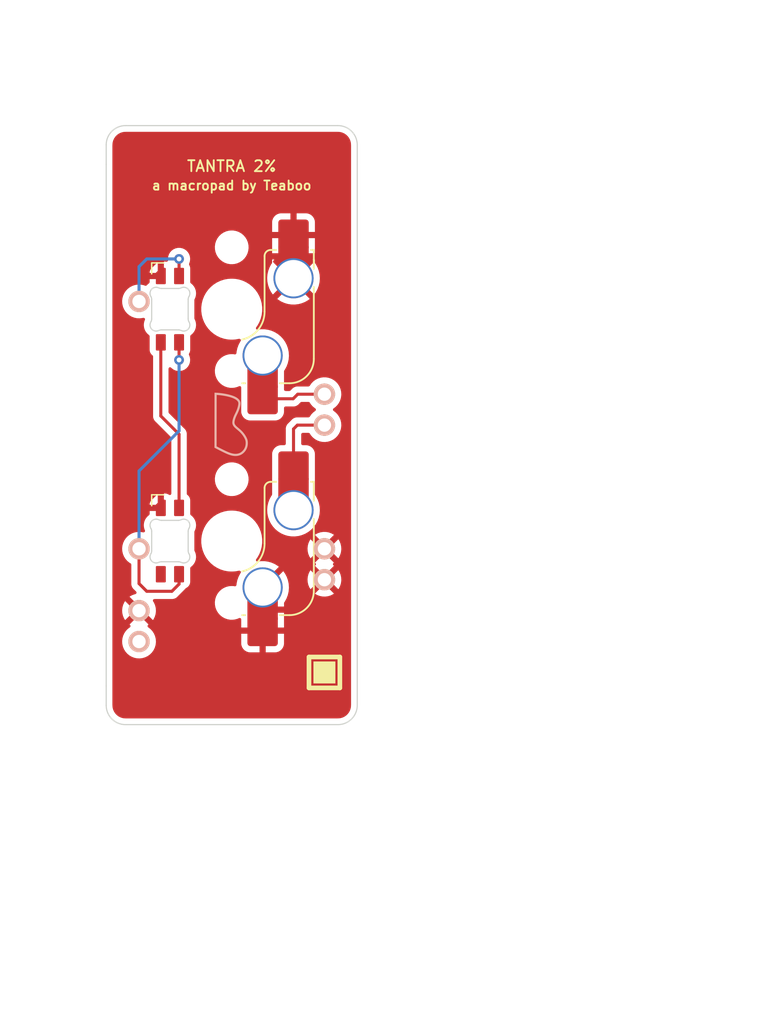
<source format=kicad_pcb>
(kicad_pcb (version 20211014) (generator pcbnew)
  (layers (0 "F.Cu" signal) (31 "B.Cu" signal) (34 "B.Paste" user) (35 "F.Paste" user) (36 "B.SilkS" user "B.Silkscreen") (37 "F.SilkS" user "F.Silkscreen") (38 "B.Mask" user) (39 "F.Mask" user) (44 "Edge.Cuts" user))
  (net 0 "")
  (net 1 "GND")
  (net 2 "vcc1")
  (net 3 "led 2")
  (net 4 "led 1")
  (net 5 "sw1")
  (net 6 "sw2")
  (footprint "keebio:ArduinoProMicro" (layer "F.Cu") (at 128.905 74.45375 90)
    (fp_text reference "U1" hide)
    (fp_text value "ProMicro" hide)
    (pad "3" thru_hole circle (at -8.89 7.62 90) (size 1.7526 1.7526) (drill 1.0922) (layers *.Cu *.SilkS *.Mask) (net 1 "GND"))
    (pad "4" thru_hole circle (at -6.35 7.62 90) (size 1.7526 1.7526) (drill 1.0922) (layers *.Cu *.SilkS *.Mask) (net 1 "GND"))
    (pad "8" thru_hole circle (at 3.81 7.62 90) (size 1.7526 1.7526) (drill 1.0922) (layers *.Cu *.SilkS *.Mask) (net 6 "sw2"))
    (pad "9" thru_hole circle (at 6.35 7.62 90) (size 1.7526 1.7526) (drill 1.0922) (layers *.Cu *.SilkS *.Mask) (net 5 "sw1"))
    (pad "13" thru_hole circle (at 13.97 -7.62 90) (size 1.7526 1.7526) (drill 1.0922) (layers *.Cu *.SilkS *.Mask) (net 4 "led 1"))
    (pad "21" thru_hole circle (at -6.35 -7.62 90) (size 1.7526 1.7526) (drill 1.0922) (layers *.Cu *.SilkS *.Mask) (net 2 "vcc1"))
    (pad "23" thru_hole circle (at -11.43 -7.62 90) (size 1.7526 1.7526) (drill 1.0922) (layers *.Cu *.SilkS *.Mask) (net 1 "GND"))
    (pad "24" thru_hole circle (at -13.97 -7.62 90) (size 1.7526 1.7526) (drill 1.0922) (layers *.Cu *.SilkS *.Mask))
  )
  (footprint "marbastlib-mx:SW_MX_HS_1u" (layer "F.Cu") (at 128.905 80.16875 -90)
    (fp_text reference "SW2" hide)
    (fp_text value "MX_SW_HS" hide)
    (fp_line (start -4.864824 -6.75022) (end -4.864824 -6.52022) (layer "F.SilkS") (width 0.15))
    (fp_line (start -4.864824 -3.67022) (end -4.864824 -3.20022) (layer "F.SilkS") (width 0.15))
    (fp_line (start 6.085176 -1.10022) (end 6.085176 -0.86022) (layer "F.SilkS") (width 0.15))
    (fp_line (start 6.085176 -3.95022) (end 6.085176 -4.75022) (layer "F.SilkS") (width 0.15))
    (fp_line (start -4.364824 -2.70022) (end 0.2 -2.70022) (layer "F.SilkS") (width 0.15))
    (fp_line (start 4.085176 -6.75022) (end -1.814824 -6.75022) (layer "F.SilkS") (width 0.15))
    (fp_line (start -3.314824 -6.75022) (end -4.864824 -6.75022) (layer "F.SilkS") (width 0.15))
    (fp_arc (start 0.2 -2.70022) (mid 1.670693 -2.183637) (end 2.494322 -0.86022) (layer "F.SilkS") (width 0.15))
    (fp_arc (start 4.085176 -6.75022) (mid 5.499389 -6.164434) (end 6.085176 -4.75022) (layer "F.SilkS") (width 0.15))
    (fp_arc (start -4.364824 -2.70022) (mid -4.718377 -2.846667) (end -4.864824 -3.20022) (layer "F.SilkS") (width 0.15))
    (pad "" np_thru_hole circle (at 0 0 270) (size 3.9878 3.9878) (drill 3.9878) (layers *.Cu *.Mask))
    (pad "" np_thru_hole circle (at -5.08 0 270) (size 1.75 1.75) (drill 1.75) (layers *.Cu *.Mask))
    (pad "" np_thru_hole circle (at 5.08 0 270) (size 1.75 1.75) (drill 1.75) (layers *.Cu *.Mask))
    (pad "1" thru_hole circle (at 3.81 -2.54 270) (size 3.3 3.3) (drill 3) (layers *.Cu *.Mask) (net 1 "GND"))
    (pad "1" smd roundrect (at 7.36 -2.54 270) (size 2.55 2.5) (layers "F.Cu" "F.Paste" "F.Mask") (roundrect_rratio 0.1) (net 1 "GND"))
    (pad "1" smd rect (at 5.635 -2.54 90) (size 1.65 2.5) (layers "F.Cu") (net 1 "GND"))
    (pad "2" smd rect (at -4.34 -5.08 270) (size 1.65 2.5) (layers "F.Cu") (net 6 "sw2"))
    (pad "2" thru_hole circle (at -2.54 -5.08 270) (size 3.3 3.3) (drill 3) (layers *.Cu *.Mask) (net 6 "sw2"))
    (pad "2" smd roundrect (at -6.09 -5.08 270) (size 2.55 2.5) (layers "F.Cu" "F.Paste" "F.Mask") (roundrect_rratio 0.1) (net 6 "sw2"))
  )
  (footprint "keebio:ArduinoProMicro" (layer "F.Cu") (at 128.905 76.99375 90)
    (fp_text reference "U1" hide)
    (fp_text value "ProMicro" hide)
    (fp_line (start -15.24 6.35) (end -12.7 6.35) (layer "F.SilkS") (width 0.381))
    (fp_line (start -15.24 6.35) (end -15.24 8.89) (layer "F.SilkS") (width 0.381))
    (fp_line (start -12.7 6.35) (end -12.7 8.89) (layer "F.SilkS") (width 0.381))
    (fp_line (start -15.24 8.89) (end -12.7 8.89) (layer "F.SilkS") (width 0.381))
    (fp_rect (start -14.8463 6.7437) (end -13.0937 8.4963) (layer "F.SilkS") (width 0.05) (fill solid))
  )
  (footprint "marbastlib-mx:LED_MX_6028R" (layer "F.Cu") (at 123.825 61.11875 -90)
    (fp_text reference "LED1" hide)
    (fp_text value "MX_SK6812MINI-E" hide)
    (fp_line (start -3.8 0.5) (end -3.8 1.5) (layer "F.SilkS") (width 0.12))
    (fp_line (start -3.8 1.5) (end -2.9 1.5) (layer "F.SilkS") (width 0.12))
    (fp_line (start -0.794452 1.499999) (end 0.794452 1.499999) (layer "Edge.Cuts") (width 0.1))
    (fp_line (start 0.794452 -1.5) (end -0.794453 -1.5) (layer "Edge.Cuts") (width 0.1))
    (fp_line (start 1.699999 0.702841) (end 1.699999 -0.702843) (layer "Edge.Cuts") (width 0.1))
    (fp_line (start -1.699999 -0.702843) (end -1.699999 0.702841) (layer "Edge.Cuts") (width 0.1))
    (fp_arc (start 1.749484 0.919719) (mid 1.712517 0.81407) (end 1.699999 0.702842) (layer "Edge.Cuts") (width 0.1))
    (fp_arc (start 1.046711 -1.5683) (mid 1.638072 -1.504036) (end 1.749484 -0.919721) (layer "Edge.Cuts") (width 0.1))
    (fp_arc (start 0.794452 1.499999) (mid 0.925122 1.517376) (end 1.04671 1.568298) (layer "Edge.Cuts") (width 0.1))
    (fp_arc (start 1.046711 -1.5683) (mid 0.925123 -1.517378) (end 0.794453 -1.500001) (layer "Edge.Cuts") (width 0.1))
    (fp_arc (start -1.046711 1.568298) (mid -0.925123 1.517376) (end -0.794452 1.499999) (layer "Edge.Cuts") (width 0.1))
    (fp_arc (start 1.749484 0.919719) (mid 1.63807 1.504033) (end 1.046711 1.568296) (layer "Edge.Cuts") (width 0.1))
    (fp_arc (start -1.046711 1.568298) (mid -1.638072 1.504034) (end -1.749484 0.919718) (layer "Edge.Cuts") (width 0.1))
    (fp_arc (start 1.699999 -0.702843) (mid 1.712527 -0.814069) (end 1.749484 -0.919721) (layer "Edge.Cuts") (width 0.1))
    (fp_arc (start -1.699999 0.702841) (mid -1.712527 0.814067) (end -1.749484 0.919719) (layer "Edge.Cuts") (width 0.1))
    (fp_arc (start -1.749484 -0.919721) (mid -1.712527 -0.814069) (end -1.699999 -0.702844) (layer "Edge.Cuts") (width 0.1))
    (fp_arc (start -1.749484 -0.919721) (mid -1.638071 -1.504035) (end -1.046711 -1.568299) (layer "Edge.Cuts") (width 0.1))
    (fp_arc (start -0.794453 -1.5) (mid -0.925123 -1.517377) (end -1.046711 -1.568299) (layer "Edge.Cuts") (width 0.1))
    (pad "1" smd roundrect (at 2.725 -0.75) (size 0.82 1.35) (layers "F.Cu" "F.Paste" "F.Mask") (roundrect_rratio 0.1) (net 2 "vcc1"))
    (pad "2" smd roundrect (at 2.725 0.75) (size 0.82 1.35) (layers "F.Cu" "F.Paste" "F.Mask") (roundrect_rratio 0.1) (net 3 "led 2"))
    (pad "3" smd roundrect (at -2.725 -0.75) (size 0.82 1.35) (layers "F.Cu" "F.Paste" "F.Mask") (roundrect_rratio 0.1) (net 4 "led 1"))
    (pad "4" smd roundrect (at -2.725 0.75) (size 0.82 1.35) (layers "F.Cu" "F.Paste" "F.Mask") (roundrect_rratio 0.1) (chamfer_ratio 0.5) (chamfer top_left) (net 1 "GND"))
  )
  (footprint "marbastlib-mx:SW_MX_HS_1u" (layer "F.Cu") (at 128.905 61.11875 -90)
    (fp_text reference "SW1" hide)
    (fp_text value "MX_SW_HS" hide)
    (fp_line (start -4.864824 -3.67022) (end -4.864824 -3.20022) (layer "F.SilkS") (width 0.15))
    (fp_line (start -4.864824 -6.75022) (end -4.864824 -6.52022) (layer "F.SilkS") (width 0.15))
    (fp_line (start -3.314824 -6.75022) (end -4.864824 -6.75022) (layer "F.SilkS") (width 0.15))
    (fp_line (start 4.085176 -6.75022) (end -1.814824 -6.75022) (layer "F.SilkS") (width 0.15))
    (fp_line (start 6.085176 -1.10022) (end 6.085176 -0.86022) (layer "F.SilkS") (width 0.15))
    (fp_line (start -4.364824 -2.70022) (end 0.2 -2.70022) (layer "F.SilkS") (width 0.15))
    (fp_line (start 6.085176 -3.95022) (end 6.085176 -4.75022) (layer "F.SilkS") (width 0.15))
    (fp_arc (start 4.085176 -6.75022) (mid 5.499389 -6.164434) (end 6.085176 -4.75022) (layer "F.SilkS") (width 0.15))
    (fp_arc (start 0.2 -2.70022) (mid 1.670693 -2.183637) (end 2.494322 -0.86022) (layer "F.SilkS") (width 0.15))
    (fp_arc (start -4.364824 -2.70022) (mid -4.718377 -2.846667) (end -4.864824 -3.20022) (layer "F.SilkS") (width 0.15))
    (pad "" np_thru_hole circle (at 5.08 0 270) (size 1.75 1.75) (drill 1.75) (layers *.Cu *.Mask))
    (pad "" np_thru_hole circle (at -5.08 0 270) (size 1.75 1.75) (drill 1.75) (layers *.Cu *.Mask))
    (pad "" np_thru_hole circle (at 0 0 270) (size 3.9878 3.9878) (drill 3.9878) (layers *.Cu *.Mask))
    (pad "1" smd rect (at 5.635 -2.54 90) (size 1.65 2.5) (layers "F.Cu") (net 5 "sw1"))
    (pad "1" smd roundrect (at 7.36 -2.54 270) (size 2.55 2.5) (layers "F.Cu" "F.Paste" "F.Mask") (roundrect_rratio 0.1) (net 5 "sw1"))
    (pad "1" thru_hole circle (at 3.81 -2.54 270) (size 3.3 3.3) (drill 3) (layers *.Cu *.Mask) (net 5 "sw1"))
    (pad "2" thru_hole circle (at -2.54 -5.08 270) (size 3.3 3.3) (drill 3) (layers *.Cu *.Mask) (net 1 "GND"))
    (pad "2" smd roundrect (at -6.09 -5.08 270) (size 2.55 2.5) (layers "F.Cu" "F.Paste" "F.Mask") (roundrect_rratio 0.1) (net 1 "GND"))
    (pad "2" smd rect (at -4.34 -5.08 270) (size 1.65 2.5) (layers "F.Cu") (net 1 "GND"))
  )
  (footprint "marbastlib-mx:LED_MX_6028R" (layer "F.Cu") (at 123.825 80.16875 -90)
    (fp_text reference "LED2" hide)
    (fp_text value "MX_SK6812MINI-E" hide)
    (fp_line (start -3.8 1.5) (end -2.9 1.5) (layer "F.SilkS") (width 0.12))
    (fp_line (start -3.8 0.5) (end -3.8 1.5) (layer "F.SilkS") (width 0.12))
    (fp_line (start -1.699999 -0.702843) (end -1.699999 0.702841) (layer "Edge.Cuts") (width 0.1))
    (fp_line (start -0.794452 1.499999) (end 0.794452 1.499999) (layer "Edge.Cuts") (width 0.1))
    (fp_line (start 1.699999 0.702841) (end 1.699999 -0.702843) (layer "Edge.Cuts") (width 0.1))
    (fp_line (start 0.794452 -1.5) (end -0.794453 -1.5) (layer "Edge.Cuts") (width 0.1))
    (fp_arc (start 0.794452 1.499999) (mid 0.925122 1.517376) (end 1.04671 1.568298) (layer "Edge.Cuts") (width 0.1))
    (fp_arc (start 1.749484 0.919719) (mid 1.63807 1.504033) (end 1.046711 1.568296) (layer "Edge.Cuts") (width 0.1))
    (fp_arc (start -1.046711 1.568298) (mid -0.925123 1.517376) (end -0.794452 1.499999) (layer "Edge.Cuts") (width 0.1))
    (fp_arc (start -1.046711 1.568298) (mid -1.638072 1.504034) (end -1.749484 0.919718) (layer "Edge.Cuts") (width 0.1))
    (fp_arc (start -1.749484 -0.919721) (mid -1.638071 -1.504035) (end -1.046711 -1.568299) (layer "Edge.Cuts") (width 0.1))
    (fp_arc (start -1.749484 -0.919721) (mid -1.712527 -0.814069) (end -1.699999 -0.702844) (layer "Edge.Cuts") (width 0.1))
    (fp_arc (start 1.046711 -1.5683) (mid 0.925123 -1.517378) (end 0.794453 -1.500001) (layer "Edge.Cuts") (width 0.1))
    (fp_arc (start 1.749484 0.919719) (mid 1.712517 0.81407) (end 1.699999 0.702842) (layer "Edge.Cuts") (width 0.1))
    (fp_arc (start -1.699999 0.702841) (mid -1.712527 0.814067) (end -1.749484 0.919719) (layer "Edge.Cuts") (width 0.1))
    (fp_arc (start 1.699999 -0.702843) (mid 1.712527 -0.814069) (end 1.749484 -0.919721) (layer "Edge.Cuts") (width 0.1))
    (fp_arc (start -0.794453 -1.5) (mid -0.925123 -1.517377) (end -1.046711 -1.568299) (layer "Edge.Cuts") (width 0.1))
    (fp_arc (start 1.046711 -1.5683) (mid 1.638072 -1.504036) (end 1.749484 -0.919721) (layer "Edge.Cuts") (width 0.1))
    (pad "1" smd roundrect (at 2.725 -0.75) (size 0.82 1.35) (layers "F.Cu" "F.Paste" "F.Mask") (roundrect_rratio 0.1) (net 2 "vcc1"))
    (pad "2" smd roundrect (at 2.725 0.75) (size 0.82 1.35) (layers "F.Cu" "F.Paste" "F.Mask") (roundrect_rratio 0.1))
    (pad "3" smd roundrect (at -2.725 -0.75) (size 0.82 1.35) (layers "F.Cu" "F.Paste" "F.Mask") (roundrect_rratio 0.1) (net 3 "led 2"))
    (pad "4" smd roundrect (at -2.725 0.75) (size 0.82 1.35) (layers "F.Cu" "F.Paste" "F.Mask") (roundrect_rratio 0.1) (chamfer_ratio 0.5) (chamfer top_left) (net 1 "GND"))
  )
  (footprint "logo:logo 2" (layer "B.Cu") (at 128.905 70.485 90)
    (fp_text reference "G***" hide)
    (fp_text value "LOGO" hide)
    (fp_poly (pts (xy -1.569639 1.324321) (xy -1.529241 1.32175) (xy -1.489842 1.317883) (xy -1.451784 1.312725) (xy -1.415409 1.306282) (xy -1.41485 1.30617) (xy -1.388151 1.300085) (xy -1.359973 1.292276) (xy -1.330443 1.282804) (xy -1.299689 1.271728) (xy -1.267838 1.259107) (xy -1.235018 1.245003) (xy -1.201355 1.229473) (xy -1.166977 1.212579) (xy -1.132012 1.194381) (xy -1.096587 1.174937) (xy -1.060829 1.154308) (xy -1.024866 1.132553) (xy -0.988824 1.109733) (xy -0.969031 1.09676) (xy -0.909708 1.055991) (xy -0.851445 1.013108) (xy -0.794341 0.968196) (xy -0.738492 0.921341) (xy -0.683999 0.872626) (xy -0.630959 0.822138) (xy -0.579471 0.769962) (xy -0.531467 0.718223) (xy -0.522338 0.708018) (xy -0.512706 0.697131) (xy -0.502476 0.685448) (xy -0.491552 0.672857) (xy -0.479837 0.659247) (xy -0.467237 0.644504) (xy -0.453656 0.628516) (xy -0.438997 0.611171) (xy -0.423164 0.592357) (xy -0.406063 0.571961) (xy -0.387596 0.549872) (xy -0.377371 0.537617) (xy -0.35969 0.51646) (xy -0.343459 0.497138) (xy -0.328639 0.479603) (xy -0.31519 0.463808) (xy -0.303071 0.449707) (xy -0.292242 0.437253) (xy -0.282665 0.426399) (xy -0.280474 0.423944) (xy -0.257592 0.398928) (xy -0.235554 0.376006) (xy -0.214226 0.355082) (xy -0.193474 0.336058) (xy -0.173163 0.318838) (xy -0.153159 0.303325) (xy -0.133327 0.289422) (xy -0.113532 0.277031) (xy -0.093642 0.266056) (xy -0.07352 0.2564) (xy -0.053033 0.247966) (xy -0.032045 0.240657) (xy -0.022125 0.237628) (xy -0.013839 0.235245) (xy -0.006699 0.233322) (xy -0.000294 0.231812) (xy 0.005788 0.230666) (xy 0.011957 0.229835) (xy 0.018625 0.229272) (xy 0.026203 0.228926) (xy 0.035102 0.22875) (xy 0.045734 0.228695) (xy 0.053402 0.2287) (xy 0.065187 0.228752) (xy 0.075041 0.228876) (xy 0.083431 0.229092) (xy 0.090825 0.229423) (xy 0.097691 0.229889) (xy 0.104496 0.230513) (xy 0.111709 0.231316) (xy 0.112804 0.231447) (xy 0.150977 0.236865) (xy 0.190638 0.244084) (xy 0.23171 0.25308) (xy 0.274119 0.263831) (xy 0.317791 0.276314) (xy 0.36265 0.290506) (xy 0.408623 0.306385) (xy 0.455634 0.323927) (xy 0.503609 0.343111) (xy 0.552473 0.363913) (xy 0.564018 0.369007) (xy 0.574705 0.373784) (xy 0.585317 0.378592) (xy 0.596088 0.383543) (xy 0.607252 0.388747) (xy 0.619042 0.394317) (xy 0.631693 0.400364) (xy 0.645438 0.406998) (xy 0.660511 0.414333) (xy 0.677145 0.422478) (xy 0.695574 0.431546) (xy 0.705022 0.436207) (xy 0.741204 0.453984) (xy 0.775482 0.470638) (xy 0.808032 0.486247) (xy 0.83903 0.500887) (xy 0.868651 0.514635) (xy 0.897072 0.527566) (xy 0.924468 0.539757) (xy 0.951014 0.551285) (xy 0.976886 0.562227) (xy 1.002261 0.572657) (xy 1.027314 0.582654) (xy 1.05222 0.592293) (xy 1.077156 0.601651) (xy 1.102297 0.610805) (xy 1.124584 0.6187) (xy 1.173799 0.635257) (xy 1.223359 0.650627) (xy 1.273004 0.664748) (xy 1.322474 0.677561) (xy 1.371509 0.689003) (xy 1.419849 0.699015) (xy 1.467232 0.707535) (xy 1.513401 0.714503) (xy 1.555849 0.719624) (xy 1.564372 0.720346) (xy 1.574611 0.720933) (xy 1.586175 0.721383) (xy 1.598675 0.721697) (xy 1.61172 0.721875) (xy 1.62492 0.721916) (xy 1.637884 0.72182) (xy 1.650222 0.721587) (xy 1.661544 0.721217) (xy 1.671459 0.72071) (xy 1.679578 0.720066) (xy 1.683053 0.719664) (xy 1.701826 0.716901) (xy 1.718902 0.713832) (xy 1.734978 0.710302) (xy 1.750753 0.706153) (xy 1.766924 0.70123) (xy 1.770656 0.70001) (xy 1.801216 0.688651) (xy 1.83124 0.674957) (xy 1.86072 0.658934) (xy 1.889649 0.64059) (xy 1.918019 0.61993) (xy 1.945822 0.596962) (xy 1.97305 0.571692) (xy 1.999696 0.544126) (xy 2.025753 0.51427) (xy 2.051212 0.482132) (xy 2.076066 0.447718) (xy 2.084991 0.434583) (xy 2.109001 0.397067) (xy 2.132416 0.357233) (xy 2.155235 0.315085) (xy 2.177454 0.27063) (xy 2.199073 0.223875) (xy 2.220088 0.174826) (xy 2.240498 0.123489) (xy 2.260301 0.069871) (xy 2.279495 0.013977) (xy 2.298077 -0.044186) (xy 2.316046 -0.104611) (xy 2.3334 -0.167293) (xy 2.350136 -0.232224) (xy 2.366253 -0.2994) (xy 2.381748 -0.368813) (xy 2.396619 -0.440456) (xy 2.410865 -0.514325) (xy 2.424483 -0.590412) (xy 2.431873 -0.63422) (xy 2.442502 -0.700454) (xy 2.452205 -0.764843) (xy 2.461021 -0.82774) (xy 2.468988 -0.8895) (xy 2.476145 -0.950474) (xy 2.48253 -1.011017) (xy 2.488183 -1.07148) (xy 2.493142 -1.132217) (xy 2.497446 -1.193581) (xy 2.501133 -1.255926) (xy 2.502072 -1.27384) (xy 2.502462 -1.28173) (xy 2.502892 -1.290888) (xy 2.503354 -1.301069) (xy 2.503837 -1.312031) (xy 2.504331 -1.323528) (xy 2.504827 -1.335316) (xy 2.505316 -1.347153) (xy 2.505786 -1.358794) (xy 2.506229 -1.369994) (xy 2.506635 -1.38051) (xy 2.506994 -1.390099) (xy 2.507296 -1.398515) (xy 2.507532 -1.405515) (xy 2.507692 -1.410855) (xy 2.507765 -1.414292) (xy 2.507743 -1.41558) (xy 2.507741 -1.415582) (xy 2.506541 -1.415591) (xy 2.502986 -1.415603) (xy 2.497122 -1.415617) (xy 2.488993 -1.415634) (xy 2.478644 -1.415653) (xy 2.466123 -1.415674) (xy 2.451472 -1.415698) (xy 2.434738 -1.415724) (xy 2.415966 -1.415753) (xy 2.395201 -1.415783) (xy 2.372488 -1.415816) (xy 2.347873 -1.415851) (xy 2.3214 -1.415887) (xy 2.293116 -1.415926) (xy 2.263064 -1.415967) (xy 2.231292 -1.416009) (xy 2.197843 -1.416054) (xy 2.162763 -1.4161) (xy 2.126097 -1.416148) (xy 2.08789 -1.416197) (xy 2.048189 -1.416248) (xy 2.007037 -1.416301) (xy 1.96448 -1.416355) (xy 1.920564 -1.416411) (xy 1.875333 -1.416468) (xy 1.828834 -1.416526) (xy 1.78111 -1.416585) (xy 1.732208 -1.416646) (xy 1.682172 -1.416708) (xy 1.631048 -1.416771) (xy 1.578881 -1.416836) (xy 1.525717 -1.416901) (xy 1.4716 -1.416967) (xy 1.416575 -1.417034) (xy 1.360689 -1.417102) (xy 1.303986 -1.417171) (xy 1.246512 -1.41724) (xy 1.188311 -1.417311) (xy 1.129429 -1.417382) (xy 1.069911 -1.417453) (xy 1.009803 -1.417525) (xy 0.94915 -1.417598) (xy 0.887996 -1.417671) (xy 0.826388 -1.417744) (xy 0.764369 -1.417818) (xy 0.701987 -1.417892) (xy 0.639285 -1.417966) (xy 0.57631 -1.41804) (xy 0.513106 -1.418115) (xy 0.449718 -1.418189) (xy 0.386192 -1.418264) (xy 0.322574 -1.418338) (xy 0.258907 -1.418413) (xy 0.195238 -1.418487) (xy 0.131612 -1.418561) (xy 0.068074 -1.418635) (xy 0.004669 -1.418708) (xy -0.058558 -1.418782) (xy -0.12156 -1.418854) (xy -0.184294 -1.418927) (xy -0.246714 -1.418998) (xy -0.308774 -1.41907) (xy -0.370429 -1.41914) (xy -0.431635 -1.41921) (xy -0.492346 -1.419279) (xy -0.552516 -1.419348) (xy -0.6121 -1.419415) (xy -0.671054 -1.419482) (xy -0.729331 -1.419548) (xy -0.786888 -1.419612) (xy -0.843677 -1.419676) (xy -0.899655 -1.419739) (xy -0.954776 -1.4198) (xy -1.008994 -1.419861) (xy -1.062266 -1.41992) (xy -1.114544 -1.419977) (xy -1.165784 -1.420034) (xy -1.215941 -1.420088) (xy -1.26497 -1.420142) (xy -1.312825 -1.420194) (xy -1.359461 -1.420244) (xy -1.404832 -1.420293) (xy -1.448895 -1.42034) (xy -1.491602 -1.420385) (xy -1.53291 -1.420429) (xy -1.572773 -1.42047) (xy -1.611145 -1.42051) (xy -1.647982 -1.420548) (xy -1.683238 -1.420584) (xy -1.716867 -1.420618) (xy -1.748826 -1.420649) (xy -1.779068 -1.420679) (xy -1.807548 -1.420706) (xy -1.834221 -1.420731) (xy -1.859042 -1.420754) (xy -1.881965 -1.420774) (xy -1.902946 -1.420792) (xy -1.921938 -1.420808) (xy -1.938898 -1.420821) (xy -1.953778 -1.420831) (xy -1.966536 -1.420839) (xy -1.977124 -1.420844) (xy -1.985498 -1.420846) (xy -1.988675 -1.420846) (xy -2.013487 -1.420845) (xy -2.017035 -1.414545) (xy -2.019918 -1.409332) (xy -2.023826 -1.402114) (xy -2.028693 -1.393024) (xy -2.034449 -1.382192) (xy -2.041027 -1.369749) (xy -2.048358 -1.355827) (xy -2.056374 -1.340558) (xy -2.065007 -1.324073) (xy -2.074189 -1.306503) (xy -2.08385 -1.28798) (xy -2.093924 -1.268635) (xy -2.104341 -1.248599) (xy -2.115034 -1.228005) (xy -2.125934 -1.206982) (xy -2.136973 -1.185664) (xy -2.148083 -1.16418) (xy -2.159195 -1.142663) (xy -2.170242 -1.121244) (xy -2.181155 -1.100055) (xy -2.191865 -1.079226) (xy -2.202305 -1.05889) (xy -2.212406 -1.039177) (xy -2.222101 -1.020219) (xy -2.23132 -1.002148) (xy -2.236571 -0.991831) (xy -2.261914 -0.941889) (xy -2.286116 -0.893964) (xy -2.309212 -0.847982) (xy -2.331237 -0.803868) (xy -2.352226 -0.761548) (xy -2.372213 -0.720946) (xy -2.391234 -0.681988) (xy -2.409324 -0.6446) (xy -2.426517 -0.608706) (xy -2.442848 -0.574232) (xy -2.458352 -0.541103) (xy -2.473065 -0.509244) (xy -2.487021 -0.478581) (xy -2.500255 -0.449039) (xy -2.512803 -0.420544) (xy -2.524698 -0.39302) (xy -2.535975 -0.366392) (xy -2.546671 -0.340587) (xy -2.556819 -0.31553) (xy -2.566455 -0.291145) (xy -2.575614 -0.267357) (xy -2.577337 -0.262808) (xy -2.598271 -0.205365) (xy -2.617187 -0.149159) (xy -2.63409 -0.094139) (xy -2.648987 -0.04025) (xy -2.661882 0.01256) (xy -2.672783 0.064344) (xy -2.681694 0.115154) (xy -2.688621 0.165043) (xy -2.693569 0.214065) (xy -2.696546 0.262272) (xy -2.697548 0.309394) (xy -2.517598 0.309394) (xy -2.516547 0.263502) (xy -2.513414 0.217807) (xy -2.50961 0.182364) (xy -2.504562 0.146201) (xy -2.498245 0.109244) (xy -2.490636 0.071419) (xy -2.481712 0.032652) (xy -2.471449 -0.007132) (xy -2.459825 -0.048006) (xy -2.446814 -0.090043) (xy -2.432395 -0.133319) (xy -2.416543 -0.177907) (xy -2.399235 -0.22388) (xy -2.380447 -0.271314) (xy -2.360157 -0.320281) (xy -2.338341 -0.370857) (xy -2.314976 -0.423114) (xy -2.300153 -0.455414) (xy -2.290624 -0.475833) (xy -2.280036 -0.498237) (xy -2.268454 -0.522494) (xy -2.255946 -0.548471) (xy -2.242579 -0.576035) (xy -2.228418 -0.605051) (xy -2.213531 -0.635388) (xy -2.197985 -0.666911) (xy -2.181846 -0.699488) (xy -2.165181 -0.732986) (xy -2.148057 -0.76727) (xy -2.13054 -0.802209) (xy -2.112697 -0.837668) (xy -2.094596 -0.873515) (xy -2.076302 -0.909617) (xy -2.057882 -0.945839) (xy -2.039403 -0.98205) (xy -2.020933 -1.018116) (xy -2.002537 -1.053903) (xy -1.984282 -1.089278) (xy -1.966235 -1.124109) (xy -1.948463 -1.158262) (xy -1.937769 -1.178737) (xy -1.905286 -1.240839) (xy -1.884172 -1.240813) (xy -1.88226 -1.240811) (xy -1.877986 -1.240806) (xy -1.87139 -1.240799) (xy -1.862511 -1.240789) (xy -1.851389 -1.240776) (xy -1.838061 -1.240762) (xy -1.822567 -1.240744) (xy -1.804946 -1.240725) (xy -1.785237 -1.240703) (xy -1.763479 -1.240679) (xy -1.739711 -1.240652) (xy -1.713972 -1.240624) (xy -1.686302 -1.240593) (xy -1.656738 -1.240561) (xy -1.62532 -1.240526) (xy -1.592087 -1.240489) (xy -1.557079 -1.24045) (xy -1.520333 -1.240409) (xy -1.48189 -1.240367) (xy -1.441788 -1.240322) (xy -1.400066 -1.240276) (xy -1.356763 -1.240228) (xy -1.311918 -1.240179) (xy -1.26557 -1.240127) (xy -1.217759 -1.240074) (xy -1.168522 -1.24002) (xy -1.1179 -1.239964) (xy -1.065931 -1.239906) (xy -1.012654 -1.239847) (xy -0.958108 -1.239787) (xy -0.902333 -1.239725) (xy -0.845367 -1.239662) (xy -0.787249 -1.239598) (xy -0.728018 -1.239533) (xy -0.667713 -1.239466) (xy -0.606374 -1.239398) (xy -0.544039 -1.239329) (xy -0.480747 -1.239259) (xy -0.416538 -1.239188) (xy -0.35145 -1.239116) (xy -0.285522 -1.239043) (xy -0.218794 -1.238969) (xy -0.151303 -1.238895) (xy -0.083091 -1.238819) (xy -0.014194 -1.238743) (xy 0.055347 -1.238666) (xy 0.125494 -1.238589) (xy 0.196207 -1.23851) (xy 0.227845 -1.238475) (xy 0.298709 -1.238397) (xy 0.369002 -1.238318) (xy 0.438685 -1.23824) (xy 0.507719 -1.238161) (xy 0.576067 -1.238083) (xy 0.64369 -1.238005) (xy 0.710549 -1.237927) (xy 0.776606 -1.237849) (xy 0.841822 -1.237772) (xy 0.906159 -1.237695) (xy 0.969577 -1.237619) (xy 1.03204 -1.237543) (xy 1.093508 -1.237468) (xy 1.153943 -1.237393) (xy 1.213305 -1.23732) (xy 1.271558 -1.237246) (xy 1.328662 -1.237174) (xy 1.384578 -1.237103) (xy 1.439269 -1.237032) (xy 1.492695 -1.236962) (xy 1.544819 -1.236894) (xy 1.595601 -1.236826) (xy 1.645003 -1.23676) (xy 1.692987 -1.236695) (xy 1.739514 -1.23663) (xy 1.784546 -1.236568) (xy 1.828045 -1.236506) (xy 1.86997 -1.236446) (xy 1.910285 -1.236387) (xy 1.948951 -1.23633) (xy 1.985929 -1.236275) (xy 2.02118 -1.23622) (xy 2.054667 -1.236168) (xy 2.08635 -1.236117) (xy 2.116191 -1.236068) (xy 2.144152 -1.236021) (xy 2.170194 -1.235976) (xy 2.194279 -1.235932) (xy 2.216368 -1.235891) (xy 2.236423 -1.235851) (xy 2.254404 -1.235814) (xy 2.270275 -1.235779) (xy 2.283995 -1.235745) (xy 2.295527 -1.235714) (xy 2.304832 -1.235686) (xy 2.311872 -1.235659) (xy 2.316608 -1.235636) (xy 2.319001 -1.235614) (xy 2.319308 -1.235604) (xy 2.319438 -1.234616) (xy 2.319422 -1.231994) (xy 2.319252 -1.22765) (xy 2.318925 -1.221492) (xy 2.318433 -1.213429) (xy 2.317771 -1.203372) (xy 2.316934 -1.191229) (xy 2.315917 -1.17691) (xy 2.314712 -1.160325) (xy 2.314192 -1.153236) (xy 2.309305 -1.092437) (xy 2.30354 -1.030678) (xy 2.296934 -0.96817) (xy 2.289522 -0.90512) (xy 2.281341 -0.841738) (xy 2.272428 -0.778234) (xy 2.262818 -0.714815) (xy 2.252548 -0.651691) (xy 2.241655 -0.58907) (xy 2.230174 -0.527163) (xy 2.218143 -0.466177) (xy 2.205596 -0.406321) (xy 2.192572 -0.347805) (xy 2.179105 -0.290838) (xy 2.165233 -0.235627) (xy 2.150991 -0.182384) (xy 2.136603 -0.131949) (xy 2.12048 -0.079092) (xy 2.103881 -0.028262) (xy 2.086818 0.020526) (xy 2.069302 0.067253) (xy 2.051345 0.111901) (xy 2.032959 0.154454) (xy 2.014155 0.194894) (xy 1.994944 0.233203) (xy 1.975339 0.269363) (xy 1.95535 0.303359) (xy 1.93499 0.335171) (xy 1.91427 0.364783) (xy 1.893201 0.392177) (xy 1.871795 0.417335) (xy 1.850063 0.440241) (xy 1.828018 0.460876) (xy 1.80567 0.479223) (xy 1.783032 0.495265) (xy 1.760115 0.508984) (xy 1.736929 0.520363) (xy 1.713488 0.529385) (xy 1.695443 0.53467) (xy 1.686619 0.536775) (xy 1.678313 0.538436) (xy 1.670015 0.539713) (xy 1.661213 0.540664) (xy 1.651397 0.541347) (xy 1.640054 0.541821) (xy 1.630851 0.542062) (xy 1.615747 0.542189) (xy 1.600733 0.541895) (xy 1.585476 0.541148) (xy 1.569646 0.539916) (xy 1.552909 0.538169) (xy 1.534935 0.535875) (xy 1.515391 0.533002) (xy 1.493945 0.52952) (xy 1.488647 0.528619) (xy 1.432063 0.517927) (xy 1.374915 0.505147) (xy 1.317147 0.490261) (xy 1.258704 0.473253) (xy 1.19953 0.454104) (xy 1.139569 0.432798) (xy 1.078766 0.409319) (xy 1.025218 0.387145) (xy 1.013789 0.382255) (xy 1.002928 0.377582) (xy 0.992494 0.373058) (xy 0.982341 0.368616) (xy 0.972327 0.364188) (xy 0.962309 0.359707) (xy 0.952142 0.355105) (xy 0.941683 0.350315) (xy 0.930789 0.345269) (xy 0.919316 0.3399) (xy 0.90712 0.33414) (xy 0.894058 0.327922) (xy 0.879987 0.321179) (xy 0.864763 0.313842) (xy 0.848242 0.305845) (xy 0.830281 0.29712) (xy 0.810736 0.287599) (xy 0.789464 0.277216) (xy 0.766321 0.265902) (xy 0.742223 0.254108) (xy 0.717855 0.242245) (xy 0.69525 0.231389) (xy 0.674071 0.221388) (xy 0.65398 0.212089) (xy 0.63464 0.20334) (xy 0.615712 0.194989) (xy 0.596859 0.186883) (xy 0.577743 0.178871) (xy 0.558026 0.170799) (xy 0.552617 0.168615) (xy 0.507688 0.151054) (xy 0.463211 0.134737) (xy 0.419328 0.119701) (xy 0.376186 0.105988) (xy 0.333927 0.093636) (xy 0.292697 0.082687) (xy 0.252641 0.073179) (xy 0.213901 0.065153) (xy 0.176623 0.058649) (xy 0.140952 0.053706) (xy 0.133804 0.052885) (xy 0.116464 0.051087) (xy 0.100789 0.049749) (xy 0.086094 0.04884) (xy 0.071694 0.048325) (xy 0.056905 0.048174) (xy 0.041042 0.048353) (xy 0.039001 0.048396) (xy 0.024094 0.048814) (xy 0.011077 0.04941) (xy -0.000558 0.050246) (xy -0.011319 0.051386) (xy -0.021714 0.052891) (xy -0.03225 0.054827) (xy -0.043435 0.057254) (xy -0.055245 0.060104) (xy -0.08918 0.069797) (xy -0.122646 0.081787) (xy -0.155656 0.096084) (xy -0.188224 0.112695) (xy -0.220366 0.131631) (xy -0.252093 0.152899) (xy -0.283421 0.176507) (xy -0.314364 0.202466) (xy -0.344934 0.230784) (xy -0.372078 0.258226) (xy -0.380229 0.26682) (xy -0.387901 0.274959) (xy -0.395219 0.282788) (xy -0.402311 0.290452) (xy -0.409302 0.298097) (xy -0.416319 0.305866) (xy -0.423487 0.313905) (xy -0.430933 0.322358) (xy -0.438784 0.331372) (xy -0.447165 0.341089) (xy -0.456203 0.351656) (xy -0.466025 0.363216) (xy -0.476755 0.375916) (xy -0.488521 0.389899) (xy -0.501449 0.405312) (xy -0.515664 0.422297) (xy -0.529802 0.439214) (xy -0.546914 0.459682) (xy -0.562625 0.47843) (xy -0.57705 0.495594) (xy -0.590309 0.511312) (xy -0.602519 0.52572) (xy -0.613797 0.538956) (xy -0.624261 0.551156) (xy -0.634028 0.562457) (xy -0.643217 0.572997) (xy -0.651946 0.582912) (xy -0.660331 0.592339) (xy -0.66849 0.601416) (xy -0.676541 0.610278) (xy -0.680087 0.614153) (xy -0.724237 0.660825) (xy -0.769948 0.706288) (xy -0.817065 0.750417) (xy -0.865429 0.793089) (xy -0.914885 0.834179) (xy -0.965275 0.873563) (xy -1.016442 0.911117) (xy -1.068229 0.946716) (xy -1.12048 0.980236) (xy -1.173037 1.011554) (xy -1.203638 1.028681) (xy -1.228325 1.041853) (xy -1.25313 1.054476) (xy -1.277843 1.066463) (xy -1.302253 1.077727) (xy -1.326151 1.088181) (xy -1.349327 1.097737) (xy -1.371569 1.106309) (xy -1.392669 1.11381) (xy -1.412416 1.120152) (xy -1.430599 1.125248) (xy -1.444245 1.128446) (xy -1.472375 1.133682) (xy -1.502345 1.138004) (xy -1.533768 1.141395) (xy -1.566256 1.143837) (xy -1.599424 1.14531) (xy -1.632883 1.145796) (xy -1.666246 1.145278) (xy -1.699128 1.143736) (xy -1.724454 1.141787) (xy -1.772023 1.136349) (xy -1.818623 1.128795) (xy -1.864214 1.119139) (xy -1.908753 1.107399) (xy -1.952201 1.09359) (xy -1.994515 1.077729) (xy -2.035653 1.059831) (xy -2.075576 1.039913) (xy -2.114241 1.017991) (xy -2.151607 0.994081) (xy -2.187632 0.968199) (xy -2.205069 0.954572) (xy -2.226168 0.937054) (xy -2.247577 0.9182) (xy -2.268872 0.898422) (xy -2.289631 0.87813) (xy -2.309429 0.857739) (xy -2.327843 0.837659) (xy -2.341561 0.821777) (xy -2.367221 0.789285) (xy -2.390915 0.755446) (xy -2.41263 0.720314) (xy -2.432351 0.683939) (xy -2.450062 0.646376) (xy -2.465747 0.607677) (xy -2.479394 0.567894) (xy -2.490985 0.52708) (xy -2.500507 0.485288) (xy -2.507944 0.442571) (xy -2.513282 0.398981) (xy -2.516505 0.354571) (xy -2.517598 0.309394) (xy -2.697548 0.309394) (xy -2.697555 0.309716) (xy -2.696603 0.356451) (xy -2.693695 0.40253) (xy -2.688837 0.448005) (xy -2.682035 0.492929) (xy -2.673295 0.537355) (xy -2.666411 0.566652) (xy -2.654003 0.611891) (xy -2.639746 0.655785) (xy -2.623601 0.6984) (xy -2.605527 0.7398) (xy -2.585482 0.780051) (xy -2.563425 0.819219) (xy -2.539317 0.85737) (xy -2.513115 0.894569) (xy -2.484778 0.930881) (xy -2.454266 0.966372) (xy -2.421538 1.001107) (xy -2.386553 1.035153) (xy -2.356874 1.06197) (xy -2.318078 1.09442) (xy -2.278307 1.124702) (xy -2.237532 1.152828) (xy -2.195726 1.178813) (xy -2.152858 1.202669) (xy -2.108901 1.224409) (xy -2.063825 1.244047) (xy -2.017602 1.261596) (xy -1.970204 1.27707) (xy -1.921601 1.290481) (xy -1.871764 1.301842) (xy -1.820666 1.311168) (xy -1.813857 1.312242) (xy -1.774646 1.317556) (xy -1.734382 1.321543) (xy -1.693407 1.324207) (xy -1.652064 1.325555) (xy -1.610694 1.325591)) (layer "B.SilkS") (width 0) (fill solid))
  )
  (gr_line (start 139.22375 92.075) (end 139.22375 49.2125) (layer "Edge.Cuts") (width 0.1))
  (gr_arc (start 118.58625 47.625) (mid 119.051218 46.502468) (end 120.17375 46.0375) (layer "Edge.Cuts") (width 0.1))
  (gr_arc (start 137.63625 46.0375) (mid 138.758782 46.502468) (end 139.22375 47.625) (layer "Edge.Cuts") (width 0.1))
  (gr_line (start 118.58625 49.2125) (end 118.58625 92.075) (layer "Edge.Cuts") (width 0.1))
  (gr_line (start 120.17375 95.25) (end 137.63625 95.25) (layer "Edge.Cuts") (width 0.1))
  (gr_line (start 118.58625 49.2125) (end 118.58625 47.625) (layer "Edge.Cuts") (width 0.1))
  (gr_line (start 139.22375 92.075) (end 139.22375 93.6625) (layer "Edge.Cuts") (width 0.1))
  (gr_line (start 137.63625 46.0375) (end 120.17375 46.0375) (layer "Edge.Cuts") (width 0.1))
  (gr_arc (start 120.17375 95.25) (mid 119.051218 94.785032) (end 118.58625 93.6625) (layer "Edge.Cuts") (width 0.1))
  (gr_line (start 118.58625 92.075) (end 118.58625 93.6625) (layer "Edge.Cuts") (width 0.1))
  (gr_line (start 139.22375 49.2125) (end 139.22375 47.625) (layer "Edge.Cuts") (width 0.1))
  (gr_arc (start 139.22375 93.6625) (mid 138.758782 94.785032) (end 137.63625 95.25) (layer "Edge.Cuts") (width 0.1))
  (gr_text "a macropad by Teaboo" (at 128.905 50.95875) (layer "F.SilkS") (effects (font (size 0.75 0.75))))
  (gr_text "TANTRA 2%" (at 128.905 49.37125) (layer "F.SilkS") (effects (font (size 0.9 0.9))))
  (segment (start 124.575 82.89375) (end 124.575 83.705) (width 0.25) (layer "F.Cu") (net 2))
  (segment (start 123.98375 84.29625) (end 121.92 84.29625) (width 0.25) (layer "F.Cu") (net 2))
  (segment (start 124.575 63.84375) (end 124.575 65.29) (width 0.25) (layer "F.Cu") (net 2))
  (segment (start 121.285 83.66125) (end 121.285 80.80375) (width 0.25) (layer "F.Cu") (net 2))
  (segment (start 124.575 83.705) (end 123.98375 84.29625) (width 0.25) (layer "F.Cu") (net 2))
  (segment (start 121.92 84.29625) (end 121.285 83.66125) (width 0.25) (layer "F.Cu") (net 2))
  (via (at 124.575 65.29) (size 0.8) (drill 0.4) (layers "F.Cu" "B.Cu") (net 2))
  (segment (start 124.575 71.12) (end 121.285 74.41) (width 0.25) (layer "B.Cu") (net 2))
  (segment (start 124.575 65.29) (end 124.575 71.12) (width 0.25) (layer "B.Cu") (net 2))
  (segment (start 121.285 80.80375) (end 121.285 74.41) (width 0.25) (layer "B.Cu") (net 2))
  (segment (start 124.575 77.44375) (end 124.575 71.39375) (width 0.25) (layer "F.Cu") (net 3))
  (segment (start 123.075 63.84375) (end 123.075 69.89375) (width 0.25) (layer "F.Cu") (net 3))
  (segment (start 124.575 71.39375) (end 123.075 69.89375) (width 0.25) (layer "F.Cu") (net 3))
  (segment (start 124.575 58.39375) (end 124.575 56.99125) (width 0.25) (layer "F.Cu") (net 4))
  (via (at 124.575 56.99125) (size 0.8) (drill 0.4) (layers "F.Cu" "B.Cu") (net 4))
  (segment (start 121.285 60.48375) (end 121.285 57.62625) (width 0.25) (layer "B.Cu") (net 4))
  (segment (start 121.92 56.99125) (end 124.575 56.99125) (width 0.25) (layer "B.Cu") (net 4))
  (segment (start 121.285 57.62625) (end 121.92 56.99125) (width 0.25) (layer "B.Cu") (net 4))
  (segment (start 136.525 68.10375) (end 134.33125 68.10375) (width 0.25) (layer "F.Cu") (net 5))
  (segment (start 131.445 68.47875) (end 133.95625 68.47875) (width 0.25) (layer "F.Cu") (net 5))
  (segment (start 133.95625 68.47875) (end 134.33125 68.10375) (width 0.25) (layer "F.Cu") (net 5))
  (segment (start 133.985 74.07875) (end 133.985 70.96125) (width 0.25) (layer "F.Cu") (net 6))
  (segment (start 133.985 70.96125) (end 134.3025 70.64375) (width 0.25) (layer "F.Cu") (net 6))
  (segment (start 134.3025 70.64375) (end 136.525 70.64375) (width 0.25) (layer "F.Cu") (net 6))
  (zone (net 1) (net_name "GND") (layer "F.Cu") (connect_pads (clearance 0.508)) (min_thickness 0.254) (fill yes (thermal_gap 0.508) (thermal_bridge_width 0.508))
    (polygon (pts (xy 174.14875 35.71875) (xy 159.0675 119.85625) (xy 111.4425 103.98125) (xy 109.855 39.6875)))
  )
)
</source>
